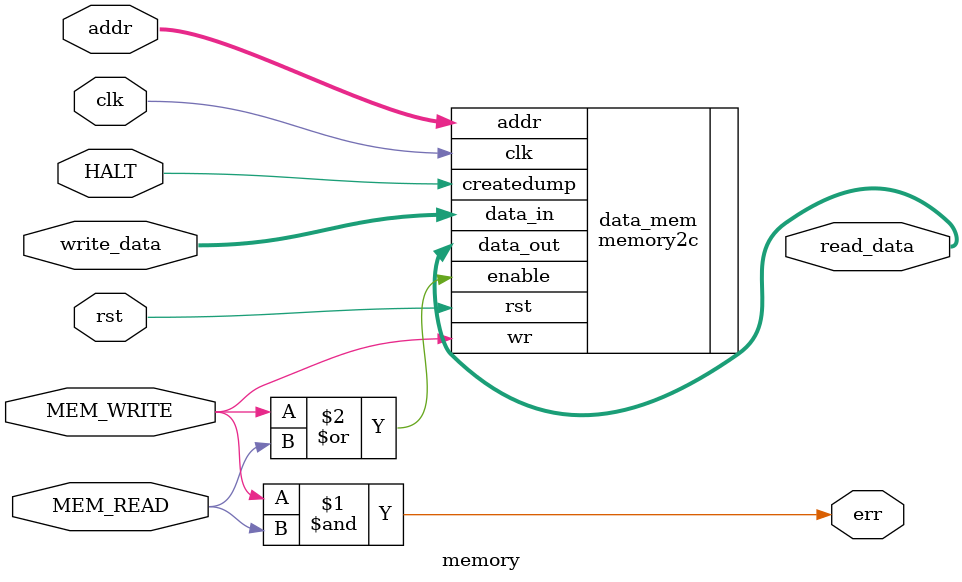
<source format=v>
module memory(read_data, err, addr, write_data, MEM_WRITE, MEM_READ, clk, rst, HALT);

    input [15:0] addr; // address to read/write
    input [15:0] write_data; // data to write
    input MEM_WRITE; // whether to write to memory
    input MEM_READ; // whether to read memory
    input clk; // system clock
    input rst; // system reset signal
    input HALT; // if HALT instruction

    output [15:0] read_data; // data that was read
    output err; // asserted if hardware error


    assign err = MEM_WRITE & MEM_READ; // assert error if mem_write and mem_read are asserted

    memory2c data_mem (.data_out(read_data), .data_in(write_data), .addr(addr), .enable(MEM_WRITE | MEM_READ),
            .wr(MEM_WRITE), .createdump(HALT), .clk(clk), .rst(rst));
    

endmodule


</source>
